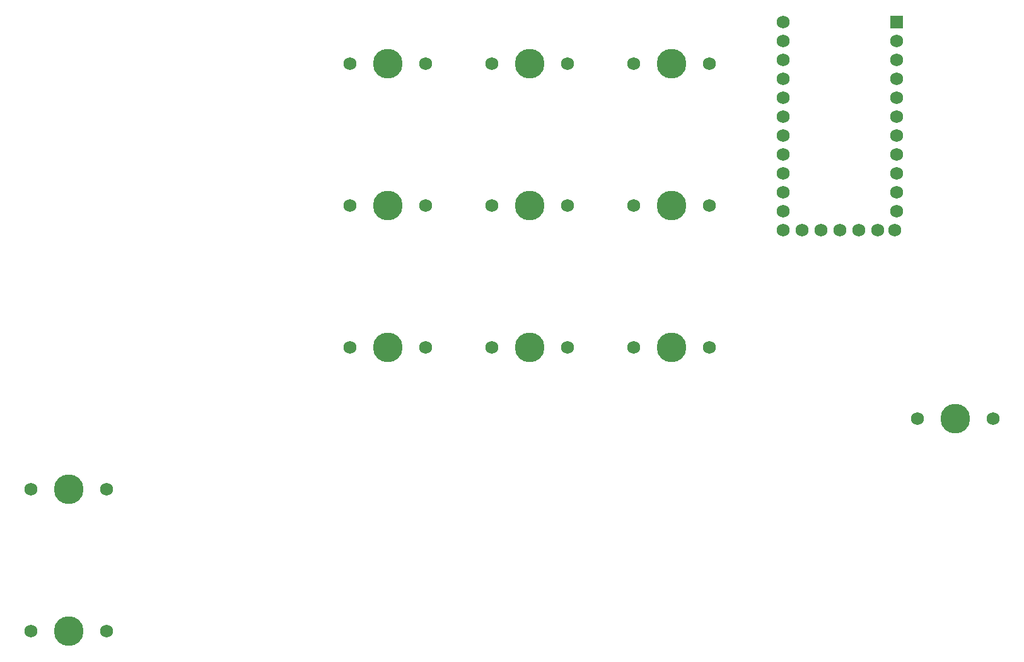
<source format=gbr>
%TF.GenerationSoftware,KiCad,Pcbnew,(5.1.9-0-10_14)*%
%TF.CreationDate,2021-04-13T19:55:37+09:00*%
%TF.ProjectId,IKIDS,494b4944-532e-46b6-9963-61645f706362,rev?*%
%TF.SameCoordinates,Original*%
%TF.FileFunction,Soldermask,Top*%
%TF.FilePolarity,Negative*%
%FSLAX46Y46*%
G04 Gerber Fmt 4.6, Leading zero omitted, Abs format (unit mm)*
G04 Created by KiCad (PCBNEW (5.1.9-0-10_14)) date 2021-04-13 19:55:37*
%MOMM*%
%LPD*%
G01*
G04 APERTURE LIST*
%ADD10C,1.750000*%
%ADD11C,3.987800*%
%ADD12C,1.752600*%
%ADD13R,1.752600X1.752600*%
G04 APERTURE END LIST*
D10*
%TO.C,MX2*%
X90932000Y-144557750D03*
X80772000Y-144557750D03*
D11*
X85852000Y-144557750D03*
%TD*%
D10*
%TO.C,MX6*%
X152844500Y-68357750D03*
X142684500Y-68357750D03*
D11*
X147764500Y-68357750D03*
%TD*%
D10*
%TO.C,MX11*%
X171894500Y-106457750D03*
X161734500Y-106457750D03*
D11*
X166814500Y-106457750D03*
%TD*%
D10*
%TO.C,MX4*%
X133794500Y-87407750D03*
X123634500Y-87407750D03*
D11*
X128714500Y-87407750D03*
%TD*%
D10*
%TO.C,MX1*%
X90932000Y-125507750D03*
X80772000Y-125507750D03*
D11*
X85852000Y-125507750D03*
%TD*%
D12*
%TO.C,U1*%
X194468750Y-90678000D03*
X191928750Y-90678000D03*
X189388750Y-90678000D03*
X186848750Y-90678000D03*
X184308750Y-90678000D03*
X181768750Y-62738000D03*
X196780150Y-90678000D03*
X181768750Y-65278000D03*
X181768750Y-67818000D03*
X181768750Y-70358000D03*
X181768750Y-72898000D03*
X181768750Y-75438000D03*
X181768750Y-77978000D03*
X181768750Y-80518000D03*
X181768750Y-83058000D03*
X181768750Y-85598000D03*
X181768750Y-88138000D03*
X181768750Y-90678000D03*
X197008750Y-88138000D03*
X197008750Y-85598000D03*
X197008750Y-83058000D03*
X197008750Y-80518000D03*
X197008750Y-77978000D03*
X197008750Y-75438000D03*
X197008750Y-72898000D03*
X197008750Y-70358000D03*
X197008750Y-67818000D03*
X197008750Y-65278000D03*
D13*
X197008750Y-62738000D03*
%TD*%
D10*
%TO.C,MX12*%
X209994500Y-115982750D03*
X199834500Y-115982750D03*
D11*
X204914500Y-115982750D03*
%TD*%
D10*
%TO.C,MX10*%
X171894500Y-87407750D03*
X161734500Y-87407750D03*
D11*
X166814500Y-87407750D03*
%TD*%
D10*
%TO.C,MX9*%
X171894500Y-68357750D03*
X161734500Y-68357750D03*
D11*
X166814500Y-68357750D03*
%TD*%
D10*
%TO.C,MX8*%
X152844500Y-106457750D03*
X142684500Y-106457750D03*
D11*
X147764500Y-106457750D03*
%TD*%
D10*
%TO.C,MX7*%
X152844500Y-87407750D03*
X142684500Y-87407750D03*
D11*
X147764500Y-87407750D03*
%TD*%
%TO.C,MX5*%
X128714500Y-106457750D03*
D10*
X123634500Y-106457750D03*
X133794500Y-106457750D03*
%TD*%
%TO.C,MX3*%
X133794500Y-68357750D03*
X123634500Y-68357750D03*
D11*
X128714500Y-68357750D03*
%TD*%
M02*

</source>
